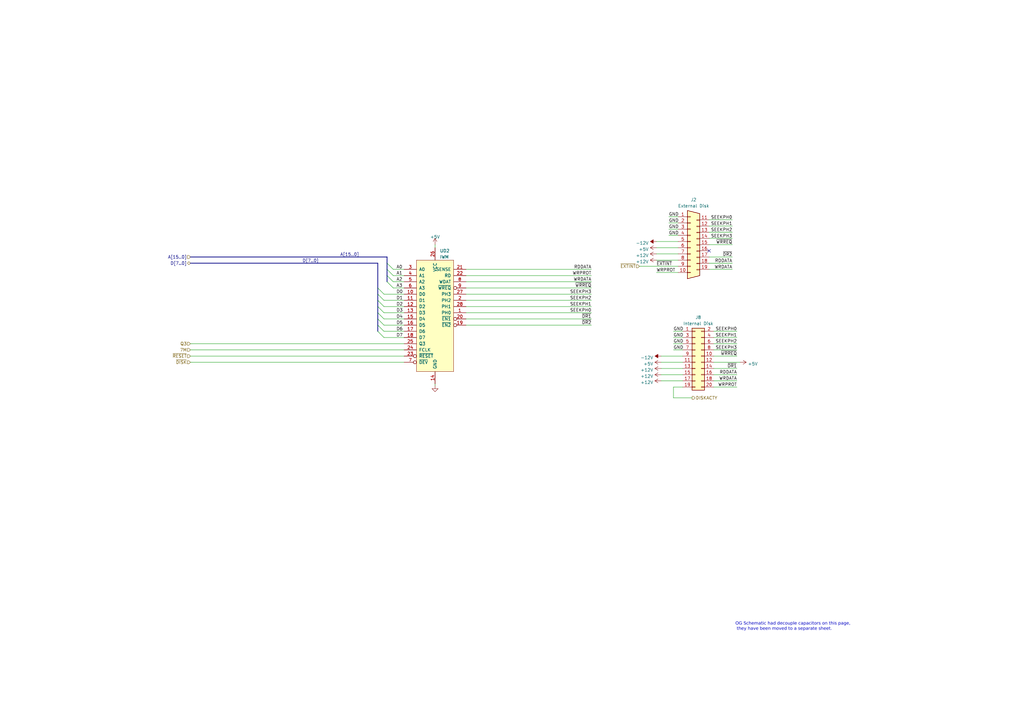
<source format=kicad_sch>
(kicad_sch (version 20230121) (generator eeschema)
  (paper "A3")
  (title_block (title "IWM - Disk Drive") (rev "1") (company "bald.ee/bitpreserve") (comment 1 "Apple IIc"))
  (lib_symbols
    (symbol "Apple IIc Schematic Symbols:Conn_External_Disk-IIc-19pin" (pin_names (offset 1.016) hide)
      (property "Reference" "J" (at 1.27 19.685 0))
      (property "Value" "External Disk" (at 1.27 17.145 0))
      (symbol "Conn_External_Disk-IIc-19pin_0_1"
        (polyline (pts (xy -1.27 -15.24) (xy -1.27 12.7) (xy 3.81 11.43) (xy 3.81 -13.97) (xy -1.27 -15.24)) (stroke (width 0.254)) (fill (type background)))
      )
      (symbol "Conn_External_Disk-IIc-19pin_1_1"
        (rectangle (start -1.27 -12.573) (end 0 -12.827) (stroke (width 0.1524)))
        (rectangle (start -1.27 -10.033) (end 0 -10.287) (stroke (width 0.1524)))
        (rectangle (start -1.27 -7.493) (end 0 -7.747) (stroke (width 0.1524)))
        (rectangle (start -1.27 -4.953) (end 0 -5.207) (stroke (width 0.1524)))
        (rectangle (start -1.27 -2.413) (end 0 -2.667) (stroke (width 0.1524)))
        (rectangle (start -1.27 0.127) (end 0 -0.127) (stroke (width 0.1524)))
        (rectangle (start -1.27 2.667) (end 0 2.413) (stroke (width 0.1524)))
        (rectangle (start -1.27 5.207) (end 0 4.953) (stroke (width 0.1524)))
        (rectangle (start -1.27 7.747) (end 0 7.493) (stroke (width 0.1524)))
        (rectangle (start -1.27 10.287) (end 0 10.033) (stroke (width 0.1524)))
        (rectangle (start 3.81 -11.43) (end 2.54 -11.684) (stroke (width 0.1524)))
        (rectangle (start 3.81 -8.89) (end 2.54 -9.144) (stroke (width 0.1524)))
        (rectangle (start 3.81 -6.35) (end 2.54 -6.604) (stroke (width 0.1524)))
        (rectangle (start 3.81 -3.81) (end 2.54 -4.064) (stroke (width 0.1524)))
        (rectangle (start 3.81 -1.27) (end 2.54 -1.524) (stroke (width 0.1524)))
        (rectangle (start 3.81 1.27) (end 2.54 1.016) (stroke (width 0.1524)))
        (rectangle (start 3.81 3.81) (end 2.54 3.556) (stroke (width 0.1524)))
        (rectangle (start 3.81 6.35) (end 2.54 6.096) (stroke (width 0.1524)))
        (rectangle (start 3.81 8.89) (end 2.54 8.636) (stroke (width 0.1524)))
        (pin passive line (at -5.08 10.16 0) (length 3.81) (name "Pin_1") (number "1"))
        (pin passive line (at -5.08 -12.7 0) (length 3.81) (name "Pin_10") (number "10"))
        (pin passive line (at 7.62 8.89 180) (length 3.81) (name "Pin_11") (number "11"))
        (pin passive line (at 7.62 6.35 180) (length 3.81) (name "Pin_12") (number "12"))
        (pin passive line (at 7.62 3.81 180) (length 3.81) (name "Pin_13") (number "13"))
        (pin passive line (at 7.62 1.27 180) (length 3.81) (name "Pin_14") (number "14"))
        (pin passive line (at 7.62 -1.27 180) (length 3.81) (name "Pin_15") (number "15"))
        (pin passive line (at 7.62 -3.81 180) (length 3.81) (name "Pin_16") (number "16"))
        (pin passive line (at 7.62 -6.35 180) (length 3.81) (name "Pin_17") (number "17"))
        (pin passive line (at 7.62 -8.89 180) (length 3.81) (name "Pin_18") (number "18"))
        (pin passive line (at 7.62 -11.43 180) (length 3.81) (name "Pin_19") (number "19"))
        (pin passive line (at -5.08 7.62 0) (length 3.81) (name "Pin_2") (number "2"))
        (pin passive line (at -5.08 5.08 0) (length 3.81) (name "Pin_3") (number "3"))
        (pin passive line (at -5.08 2.54 0) (length 3.81) (name "Pin_4") (number "4"))
        (pin passive line (at -5.08 0 0) (length 3.81) (name "Pin_5") (number "5"))
        (pin passive line (at -5.08 -2.54 0) (length 3.81) (name "Pin_6") (number "6"))
        (pin passive line (at -5.08 -5.08 0) (length 3.81) (name "Pin_7") (number "7"))
        (pin passive line (at -5.08 -7.62 0) (length 3.81) (name "Pin_8") (number "8"))
        (pin passive line (at -5.08 -10.16 0) (length 3.81) (name "Pin_9") (number "9"))
      )
    )
    (symbol "Apple IIc Schematic Symbols:IWM" (pin_names (offset 1.016))
      (property "Reference" "UC5" (at 3.81 27.94 0))
      (property "Value" "IWM" (at 3.81 25.4 0))
      (symbol "IWM_0_1"
        (rectangle (start -7.62 24.13) (end 7.62 -21.59) (fill (type background)))
      )
      (symbol "IWM_1_1"
        (pin output line (at 12.7 2.54 180) (length 5.08) (name "PH0") (number "1"))
        (pin bidirectional line (at -12.7 10.16 0) (length 5.08) (name "D0") (number "10"))
        (pin bidirectional line (at -12.7 7.62 0) (length 5.08) (name "D1") (number "11"))
        (pin bidirectional line (at -12.7 5.08 0) (length 5.08) (name "D2") (number "12"))
        (pin bidirectional line (at -12.7 2.54 0) (length 5.08) (name "D3") (number "13"))
        (pin power_in line (at 0 -26.67 90) (length 5.08) (name "GND") (number "14"))
        (pin bidirectional line (at -12.7 0 0) (length 5.08) (name "D4") (number "15"))
        (pin bidirectional line (at -12.7 -2.54 0) (length 5.08) (name "D5") (number "16"))
        (pin bidirectional line (at -12.7 -5.08 0) (length 5.08) (name "D6") (number "17"))
        (pin bidirectional line (at -12.7 -7.62 0) (length 5.08) (name "D7") (number "18"))
        (pin input inverted (at 12.7 -2.54 180) (length 5.08) (name "~{EN2}") (number "19"))
        (pin output line (at 12.7 7.62 180) (length 5.08) (name "PH2") (number "2"))
        (pin input inverted (at 12.7 0 180) (length 5.08) (name "~{EN1}") (number "20"))
        (pin input line (at 12.7 20.32 180) (length 5.08) (name "SENSE") (number "21"))
        (pin input line (at 12.7 17.78 180) (length 5.08) (name "RD") (number "22"))
        (pin input inverted (at -12.7 -15.24 0) (length 5.08) (name "~{RESET}") (number "23"))
        (pin input line (at -12.7 -12.7 0) (length 5.08) (name "FCLK") (number "24"))
        (pin input line (at -12.7 -10.16 0) (length 5.08) (name "Q3") (number "25"))
        (pin power_in line (at 0 29.21 270) (length 5.08) (name "VCC") (number "26"))
        (pin output line (at 12.7 10.16 180) (length 5.08) (name "PH3") (number "27"))
        (pin output line (at 12.7 5.08 180) (length 5.08) (name "PH1") (number "28"))
        (pin input line (at -12.7 20.32 0) (length 5.08) (name "A0") (number "3"))
        (pin input line (at -12.7 17.78 0) (length 5.08) (name "A1") (number "4"))
        (pin input line (at -12.7 15.24 0) (length 5.08) (name "A2") (number "5"))
        (pin input line (at -12.7 12.7 0) (length 5.08) (name "A3") (number "6"))
        (pin input inverted (at -12.7 -17.78 0) (length 5.08) (name "~{DEV}") (number "7"))
        (pin output line (at 12.7 15.24 180) (length 5.08) (name "WDAT") (number "8"))
        (pin input inverted (at 12.7 12.7 180) (length 5.08) (name "~{WREQ}") (number "9"))
      )
    )
    (symbol "Connector_Generic:Conn_02x10_Odd_Even" (pin_names (offset 1.016) hide)
      (property "Reference" "J" (at 1.27 12.7 0))
      (property "Value" "Conn_02x10_Odd_Even" (at 1.27 -15.24 0))
      (symbol "Conn_02x10_Odd_Even_1_1"
        (rectangle (start -1.27 -12.573) (end 0 -12.827) (stroke (width 0.1524)))
        (rectangle (start -1.27 -10.033) (end 0 -10.287) (stroke (width 0.1524)))
        (rectangle (start -1.27 -7.493) (end 0 -7.747) (stroke (width 0.1524)))
        (rectangle (start -1.27 -4.953) (end 0 -5.207) (stroke (width 0.1524)))
        (rectangle (start -1.27 -2.413) (end 0 -2.667) (stroke (width 0.1524)))
        (rectangle (start -1.27 0.127) (end 0 -0.127) (stroke (width 0.1524)))
        (rectangle (start -1.27 2.667) (end 0 2.413) (stroke (width 0.1524)))
        (rectangle (start -1.27 5.207) (end 0 4.953) (stroke (width 0.1524)))
        (rectangle (start -1.27 7.747) (end 0 7.493) (stroke (width 0.1524)))
        (rectangle (start -1.27 10.287) (end 0 10.033) (stroke (width 0.1524)))
        (rectangle (start -1.27 11.43) (end 3.81 -13.97) (stroke (width 0.254)) (fill (type background)))
        (rectangle (start 3.81 -12.573) (end 2.54 -12.827) (stroke (width 0.1524)))
        (rectangle (start 3.81 -10.033) (end 2.54 -10.287) (stroke (width 0.1524)))
        (rectangle (start 3.81 -7.493) (end 2.54 -7.747) (stroke (width 0.1524)))
        (rectangle (start 3.81 -4.953) (end 2.54 -5.207) (stroke (width 0.1524)))
        (rectangle (start 3.81 -2.413) (end 2.54 -2.667) (stroke (width 0.1524)))
        (rectangle (start 3.81 0.127) (end 2.54 -0.127) (stroke (width 0.1524)))
        (rectangle (start 3.81 2.667) (end 2.54 2.413) (stroke (width 0.1524)))
        (rectangle (start 3.81 5.207) (end 2.54 4.953) (stroke (width 0.1524)))
        (rectangle (start 3.81 7.747) (end 2.54 7.493) (stroke (width 0.1524)))
        (rectangle (start 3.81 10.287) (end 2.54 10.033) (stroke (width 0.1524)))
        (pin passive line (at -5.08 10.16 0) (length 3.81) (name "Pin_1") (number "1"))
        (pin passive line (at 7.62 0 180) (length 3.81) (name "Pin_10") (number "10"))
        (pin passive line (at -5.08 -2.54 0) (length 3.81) (name "Pin_11") (number "11"))
        (pin passive line (at 7.62 -2.54 180) (length 3.81) (name "Pin_12") (number "12"))
        (pin passive line (at -5.08 -5.08 0) (length 3.81) (name "Pin_13") (number "13"))
        (pin passive line (at 7.62 -5.08 180) (length 3.81) (name "Pin_14") (number "14"))
        (pin passive line (at -5.08 -7.62 0) (length 3.81) (name "Pin_15") (number "15"))
        (pin passive line (at 7.62 -7.62 180) (length 3.81) (name "Pin_16") (number "16"))
        (pin passive line (at -5.08 -10.16 0) (length 3.81) (name "Pin_17") (number "17"))
        (pin passive line (at 7.62 -10.16 180) (length 3.81) (name "Pin_18") (number "18"))
        (pin passive line (at -5.08 -12.7 0) (length 3.81) (name "Pin_19") (number "19"))
        (pin passive line (at 7.62 10.16 180) (length 3.81) (name "Pin_2") (number "2"))
        (pin passive line (at 7.62 -12.7 180) (length 3.81) (name "Pin_20") (number "20"))
        (pin passive line (at -5.08 7.62 0) (length 3.81) (name "Pin_3") (number "3"))
        (pin passive line (at 7.62 7.62 180) (length 3.81) (name "Pin_4") (number "4"))
        (pin passive line (at -5.08 5.08 0) (length 3.81) (name "Pin_5") (number "5"))
        (pin passive line (at 7.62 5.08 180) (length 3.81) (name "Pin_6") (number "6"))
        (pin passive line (at -5.08 2.54 0) (length 3.81) (name "Pin_7") (number "7"))
        (pin passive line (at 7.62 2.54 180) (length 3.81) (name "Pin_8") (number "8"))
        (pin passive line (at -5.08 0 0) (length 3.81) (name "Pin_9") (number "9"))
      )
    )
    (symbol "power:+12V" (power) (pin_names (offset 0))
      (property "Value" "+12V" (at 0 3.556 0))
      (symbol "+12V_0_1"
        (polyline (pts (xy -0.762 1.27) (xy 0 2.54)))
        (polyline (pts (xy 0 0) (xy 0 2.54)))
        (polyline (pts (xy 0 2.54) (xy 0.762 1.27)))
      )
      (symbol "+12V_1_1"
        (pin power_in line (at 0 0 90) (length 0) hide (name "+12V") (number "1"))
      )
    )
    (symbol "power:+5V" (power) (pin_names (offset 0))
      (property "Value" "+5V" (at 0 3.556 0))
      (symbol "+5V_0_1"
        (polyline (pts (xy -0.762 1.27) (xy 0 2.54)))
        (polyline (pts (xy 0 0) (xy 0 2.54)))
        (polyline (pts (xy 0 2.54) (xy 0.762 1.27)))
      )
      (symbol "+5V_1_1"
        (pin power_in line (at 0 0 90) (length 0) hide (name "+5V") (number "1"))
      )
    )
    (symbol "power:-12V" (power) (pin_names (offset 0))
      (property "Value" "-12V" (at 0 3.81 0))
      (symbol "-12V_0_0"
        (pin power_in line (at 0 0 90) (length 0) hide (name "-12V") (number "1"))
      )
      (symbol "-12V_0_1"
        (polyline (pts (xy 0 0) (xy 0 1.27) (xy 0.762 1.27) (xy 0 2.54) (xy -0.762 1.27) (xy 0 1.27)) (fill (type outline)))
      )
    )
    (symbol "power:GND" (power) (pin_names (offset 0))
      (property "Value" "GND" (at 0 -3.81 0))
      (symbol "GND_0_1"
        (polyline (pts (xy 0 0) (xy 0 -1.27) (xy 1.27 -1.27) (xy 0 -2.54) (xy -1.27 -1.27) (xy 0 -1.27)))
      )
      (symbol "GND_1_1"
        (pin power_in line (at 0 0 270) (length 0) hide (name "GND") (number "1"))
      )
    )
  )
  (no_connect (at 290.83 102.87))
  (bus_entry (at 154.94 118.11) (size 2.54 2.54))
  (bus_entry (at 154.94 135.89) (size 2.54 2.54))
  (bus_entry (at 154.94 133.35) (size 2.54 2.54))
  (bus_entry (at 154.94 128.27) (size 2.54 2.54))
  (bus_entry (at 158.75 107.95) (size 2.54 2.54))
  (bus_entry (at 154.94 125.73) (size 2.54 2.54))
  (bus_entry (at 154.94 120.65) (size 2.54 2.54))
  (bus_entry (at 158.75 115.57) (size 2.54 2.54))
  (bus_entry (at 158.75 110.49) (size 2.54 2.54))
  (bus_entry (at 154.94 123.19) (size 2.54 2.54))
  (bus_entry (at 154.94 130.81) (size 2.54 2.54))
  (bus_entry (at 158.75 113.03) (size 2.54 2.54))
  (wire (pts (xy 157.48 138.43) (xy 165.735 138.43)))
  (wire (pts (xy 269.24 106.68) (xy 278.13 106.68)))
  (wire (pts (xy 292.735 140.97) (xy 302.26 140.97)))
  (bus (pts (xy 154.94 130.81) (xy 154.94 128.27)))
  (wire (pts (xy 290.83 107.95) (xy 300.355 107.95)))
  (wire (pts (xy 157.48 123.19) (xy 165.735 123.19)))
  (wire (pts (xy 178.435 100.33) (xy 178.435 101.6)))
  (wire (pts (xy 276.225 138.43) (xy 280.035 138.43)))
  (wire (pts (xy 292.735 148.59) (xy 303.53 148.59)))
  (wire (pts (xy 290.83 90.17) (xy 300.355 90.17)))
  (bus (pts (xy 158.75 110.49) (xy 158.75 113.03)))
  (wire (pts (xy 269.24 101.6) (xy 278.13 101.6)))
  (bus (pts (xy 78.105 107.95) (xy 154.94 107.95)))
  (wire (pts (xy 157.48 125.73) (xy 165.735 125.73)))
  (wire (pts (xy 191.135 133.35) (xy 242.57 133.35)))
  (wire (pts (xy 157.48 133.35) (xy 165.735 133.35)))
  (bus (pts (xy 154.94 125.73) (xy 154.94 123.19)))
  (wire (pts (xy 290.83 100.33) (xy 300.355 100.33)))
  (bus (pts (xy 158.75 107.95) (xy 158.75 110.49)))
  (wire (pts (xy 292.735 156.21) (xy 302.26 156.21)))
  (wire (pts (xy 274.32 93.98) (xy 278.13 93.98)))
  (wire (pts (xy 161.29 115.57) (xy 165.735 115.57)))
  (wire (pts (xy 274.32 96.52) (xy 278.13 96.52)))
  (wire (pts (xy 271.145 148.59) (xy 280.035 148.59)))
  (wire (pts (xy 178.435 157.48) (xy 178.435 158.115)))
  (wire (pts (xy 157.48 120.65) (xy 165.735 120.65)))
  (wire (pts (xy 276.225 140.97) (xy 280.035 140.97)))
  (wire (pts (xy 276.225 158.75) (xy 280.035 158.75)))
  (wire (pts (xy 269.24 99.06) (xy 278.13 99.06)))
  (bus (pts (xy 154.94 118.11) (xy 154.94 120.65)))
  (wire (pts (xy 276.225 143.51) (xy 280.035 143.51)))
  (wire (pts (xy 191.135 113.03) (xy 242.57 113.03)))
  (wire (pts (xy 191.135 115.57) (xy 242.57 115.57)))
  (wire (pts (xy 191.135 120.65) (xy 242.57 120.65)))
  (wire (pts (xy 78.105 140.97) (xy 165.735 140.97)))
  (wire (pts (xy 262.255 109.22) (xy 278.13 109.22)))
  (wire (pts (xy 290.83 110.49) (xy 300.355 110.49)))
  (wire (pts (xy 276.225 158.75) (xy 276.225 163.195)))
  (wire (pts (xy 271.145 151.13) (xy 280.035 151.13)))
  (bus (pts (xy 154.94 123.19) (xy 154.94 120.65)))
  (wire (pts (xy 269.24 111.76) (xy 278.13 111.76)))
  (bus (pts (xy 78.105 105.41) (xy 158.75 105.41)))
  (wire (pts (xy 276.225 135.89) (xy 280.035 135.89)))
  (wire (pts (xy 276.225 163.195) (xy 283.845 163.195)))
  (wire (pts (xy 191.135 123.19) (xy 242.57 123.19)))
  (wire (pts (xy 292.735 151.13) (xy 302.26 151.13)))
  (wire (pts (xy 157.48 128.27) (xy 165.735 128.27)))
  (wire (pts (xy 161.29 110.49) (xy 165.735 110.49)))
  (wire (pts (xy 269.24 104.14) (xy 278.13 104.14)))
  (wire (pts (xy 274.32 88.9) (xy 278.13 88.9)))
  (wire (pts (xy 78.105 146.05) (xy 165.735 146.05)))
  (wire (pts (xy 157.48 130.81) (xy 165.735 130.81)))
  (wire (pts (xy 78.105 143.51) (xy 165.735 143.51)))
  (wire (pts (xy 191.135 128.27) (xy 242.57 128.27)))
  (bus (pts (xy 158.75 105.41) (xy 158.75 107.95)))
  (wire (pts (xy 161.29 118.11) (xy 165.735 118.11)))
  (wire (pts (xy 157.48 135.89) (xy 165.735 135.89)))
  (wire (pts (xy 271.145 146.05) (xy 280.035 146.05)))
  (bus (pts (xy 158.75 113.03) (xy 158.75 115.57)))
  (wire (pts (xy 161.29 113.03) (xy 165.735 113.03)))
  (bus (pts (xy 154.94 135.89) (xy 154.94 133.35)))
  (bus (pts (xy 154.94 133.35) (xy 154.94 130.81)))
  (wire (pts (xy 292.735 153.67) (xy 302.26 153.67)))
  (wire (pts (xy 191.135 125.73) (xy 242.57 125.73)))
  (wire (pts (xy 78.105 148.59) (xy 165.735 148.59)))
  (wire (pts (xy 292.735 143.51) (xy 302.26 143.51)))
  (wire (pts (xy 271.145 153.67) (xy 280.035 153.67)))
  (wire (pts (xy 292.735 138.43) (xy 302.26 138.43)))
  (wire (pts (xy 292.735 135.89) (xy 302.26 135.89)))
  (bus (pts (xy 154.94 118.11) (xy 154.94 107.95)))
  (wire (pts (xy 290.83 105.41) (xy 300.355 105.41)))
  (wire (pts (xy 290.83 97.79) (xy 300.355 97.79)))
  (wire (pts (xy 191.135 130.81) (xy 242.57 130.81)))
  (wire (pts (xy 290.83 95.25) (xy 300.355 95.25)))
  (wire (pts (xy 191.135 118.11) (xy 242.57 118.11)))
  (wire (pts (xy 302.26 158.75) (xy 292.735 158.75)))
  (wire (pts (xy 290.83 92.71) (xy 300.355 92.71)))
  (wire (pts (xy 274.32 91.44) (xy 278.13 91.44)))
  (bus (pts (xy 154.94 128.27) (xy 154.94 125.73)))
  (wire (pts (xy 191.135 110.49) (xy 242.57 110.49)))
  (wire (pts (xy 292.735 146.05) (xy 302.26 146.05)))
  (wire (pts (xy 271.145 156.21) (xy 280.035 156.21)))
  (text "OG Schematic had decouple capacitors on this page,\n they have been moved to a separate sheet." (at 301.625 259.08 0) (effects (font (size 1.27 1.27)) (justify left bottom)))
  (label "D7" (at 162.56 138.43 0))
  (label "SEEKPH2" (at 242.57 123.19 180))
  (label "~{WRREQ}" (at 242.57 118.11 180))
  (label "GND" (at 274.32 88.9 0))
  (label "~{WRREQ}" (at 300.355 100.33 180))
  (label "D2" (at 162.56 125.73 0))
  (label "A2" (at 162.56 115.57 0))
  (label "WRDATA" (at 242.57 115.57 180))
  (label "SEEKPH0" (at 302.26 135.89 180))
  (label "SEEKPH0" (at 242.57 128.27 180))
  (label "D[7..0]" (at 130.81 107.95 180))
  (label "A[15..0]" (at 147.32 105.41 180))
  (label "SEEKPH3" (at 242.57 120.65 180))
  (label "RDDATA" (at 242.57 110.49 180))
  (label "~{DR1}" (at 302.26 151.13 180))
  (label "~{DR2}" (at 242.57 133.35 180))
  (label "SEEKPH3" (at 302.26 143.51 180))
  (label "~{EXTINT}" (at 269.24 109.22 0))
  (label "GND" (at 274.32 93.98 0))
  (label "WRPROT" (at 269.24 111.76 0))
  (label "D0" (at 162.56 120.65 0))
  (label "SEEKPH2" (at 302.26 140.97 180))
  (label "D5" (at 162.56 133.35 0))
  (label "D3" (at 162.56 128.27 0))
  (label "SEEKPH1" (at 242.57 125.73 180))
  (label "D6" (at 162.56 135.89 0))
  (label "SEEKPH1" (at 302.26 138.43 180))
  (label "D4" (at 162.56 130.81 0))
  (label "WRPROT" (at 242.57 113.03 180))
  (label "A1" (at 162.56 113.03 0))
  (label "GND" (at 274.32 91.44 0))
  (label "WRPROT" (at 302.26 158.75 180))
  (label "SEEKPH2" (at 300.355 95.25 180))
  (label "D1" (at 162.56 123.19 0))
  (label "A0" (at 162.56 110.49 0))
  (label "WRDATA" (at 300.355 110.49 180))
  (label "WRDATA" (at 302.26 156.21 180))
  (label "GND" (at 276.225 140.97 0))
  (label "A3" (at 162.56 118.11 0))
  (label "SEEKPH1" (at 300.355 92.71 180))
  (label "~{DR1}" (at 242.57 130.81 180))
  (label "GND" (at 274.32 96.52 0))
  (label "GND" (at 276.225 143.51 0))
  (label "GND" (at 276.225 135.89 0))
  (label "~{WRREQ}" (at 302.26 146.05 180))
  (label "~{DR2}" (at 300.355 105.41 180))
  (label "RDDATA" (at 300.355 107.95 180))
  (label "GND" (at 276.225 138.43 0))
  (label "SEEKPH0" (at 300.355 90.17 180))
  (label "RDDATA" (at 302.26 153.67 180))
  (label "SEEKPH3" (at 300.355 97.79 180))
  (hierarchical_label "~{RESET}" (shape input) (at 78.105 146.05 180))
  (hierarchical_label "~{EXTINT}" (shape input) (at 262.255 109.22 180))
  (hierarchical_label "7M" (shape input) (at 78.105 143.51 180))
  (hierarchical_label "D[7..0]" (shape bidirectional) (at 78.105 107.95 180))
  (hierarchical_label "~{DISK}" (shape input) (at 78.105 148.59 180))
  (hierarchical_label "DISKACTY" (shape output) (at 283.845 163.195 0))
  (hierarchical_label "A[15..0]" (shape input) (at 78.105 105.41 180))
  (hierarchical_label "Q3" (shape input) (at 78.105 140.97 180))
  (symbol (lib_id "Connector_Generic:Conn_02x10_Odd_Even") (at 285.115 146.05 0) (unit 1)
    (property "Reference" "J8" (at 286.385 130.175 0))
    (property "Value" "Internal Disk" (at 286.385 132.715 0))
  )
  (symbol (lib_id "power:+5V") (at 269.24 101.6 90) (unit 1)
    (property "Reference" "#PWR0144" (effects hide))
    (property "Value" "+5V" (at 266.065 102.235 90) (effects (justify left)))
  )
  (symbol (lib_id "power:+5V") (at 178.435 100.33 0) (unit 1)
    (property "Reference" "#PWR091" (effects hide))
    (property "Value" "+5V" (at 178.435 97.155 0))
  )
  (symbol (lib_id "power:GND") (at 178.435 158.115 0) (unit 1)
    (property "Reference" "#PWR092" (effects hide))
    (property "Value" "GND" (effects hide))
  )
  (symbol (lib_id "power:-12V") (at 271.145 146.05 90) (unit 1)
    (property "Reference" "#PWR0145" (effects hide))
    (property "Value" "-12V" (at 267.97 146.685 90) (effects (justify left)))
  )
  (symbol (lib_id "power:+12V") (at 271.145 153.67 90) (unit 1)
    (property "Reference" "#PWR0149" (effects hide))
    (property "Value" "+12V" (at 267.97 154.305 90) (effects (justify left)))
  )
  (symbol (lib_id "Apple IIc Schematic Symbols:IWM") (at 178.435 130.81 0) (unit 1)
    (property "Reference" "UD2" (at 180.3909 102.87 0) (effects (justify left)))
    (property "Value" "IWM" (at 180.3909 105.41 0) (effects (justify left)))
  )
  (symbol (lib_id "power:+5V") (at 271.145 148.59 90) (unit 1)
    (property "Reference" "#PWR0147" (effects hide))
    (property "Value" "+5V" (at 267.97 149.225 90) (effects (justify left)))
  )
  (symbol (lib_id "power:-12V") (at 269.24 99.06 90) (unit 1)
    (property "Reference" "#PWR0146" (effects hide))
    (property "Value" "-12V" (at 266.065 99.695 90) (effects (justify left)))
  )
  (symbol (lib_id "power:+12V") (at 269.24 104.14 90) (unit 1)
    (property "Reference" "#PWR0143" (effects hide))
    (property "Value" "+12V" (at 266.065 104.775 90) (effects (justify left)))
  )
  (symbol (lib_id "Apple IIc Schematic Symbols:Conn_External_Disk-IIc-19pin") (at 283.21 99.06 0) (unit 1)
    (property "Reference" "J2" (at 284.48 81.915 0))
    (property "Value" "External Disk" (at 284.48 84.455 0))
  )
  (symbol (lib_id "power:+12V") (at 271.145 151.13 90) (unit 1)
    (property "Reference" "#PWR0148" (effects hide))
    (property "Value" "+12V" (at 267.97 151.765 90) (effects (justify left)))
  )
  (symbol (lib_id "power:+12V") (at 271.145 156.21 90) (unit 1)
    (property "Reference" "#PWR0150" (effects hide))
    (property "Value" "+12V" (at 267.97 156.845 90) (effects (justify left)))
  )
  (symbol (lib_id "power:+12V") (at 269.24 106.68 90) (unit 1)
    (property "Reference" "#PWR0134" (effects hide))
    (property "Value" "+12V" (at 266.065 107.315 90) (effects (justify left)))
  )
  (symbol (lib_id "power:+5V") (at 303.53 148.59 270) (unit 1)
    (property "Reference" "#PWR0151" (effects hide))
    (property "Value" "+5V" (at 306.705 149.225 90) (effects (justify left)))
  )
)
</source>
